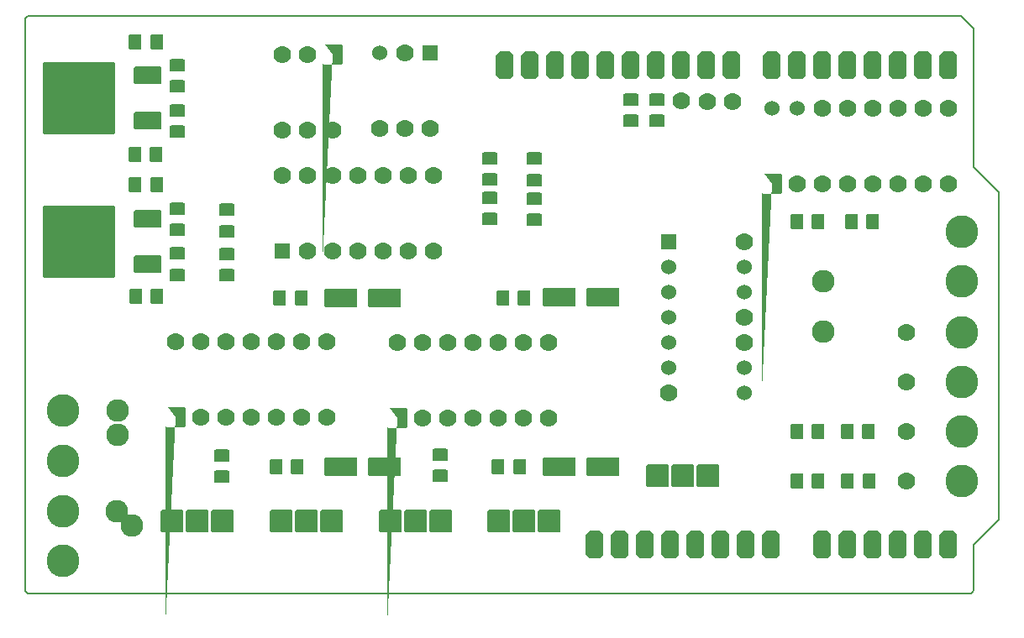
<source format=gbr>
G04 PROTEUS GERBER X2 FILE*
%TF.GenerationSoftware,Labcenter,Proteus,8.6-SP2-Build23525*%
%TF.CreationDate,2019-07-10T19:11:28+00:00*%
%TF.FileFunction,Soldermask,Top*%
%TF.FilePolarity,Negative*%
%TF.Part,Single*%
%FSLAX45Y45*%
%MOMM*%
G01*
%AMPPAD026*
4,1,68,
-0.762000,1.016000,
0.762000,1.016000,
0.788400,1.014720,
0.813930,1.010950,
0.838490,1.004800,
0.861960,0.996400,
0.884220,0.985870,
0.905150,0.973300,
0.924650,0.958840,
0.942580,0.942580,
0.958840,0.924640,
0.973300,0.905150,
0.985860,0.884220,
0.996400,0.861960,
1.004800,0.838490,
1.010950,0.813930,
1.014720,0.788400,
1.016000,0.762000,
1.016000,-0.762000,
1.014720,-0.788400,
1.010950,-0.813930,
1.004800,-0.838490,
0.996400,-0.861960,
0.985860,-0.884220,
0.973300,-0.905150,
0.958840,-0.924640,
0.942580,-0.942580,
0.924650,-0.958840,
0.905150,-0.973300,
0.884220,-0.985870,
0.861960,-0.996400,
0.838490,-1.004800,
0.813930,-1.010950,
0.788400,-1.014720,
0.762000,-1.016000,
-0.762000,-1.016000,
-0.788400,-1.014720,
-0.813930,-1.010950,
-0.838490,-1.004800,
-0.861960,-0.996400,
-0.884220,-0.985870,
-0.905150,-0.973300,
-0.924650,-0.958840,
-0.942580,-0.942580,
-0.958840,-0.924640,
-0.973300,-0.905150,
-0.985860,-0.884220,
-0.996400,-0.861960,
-1.004800,-0.838490,
-1.010950,-0.813930,
-1.014720,-0.788400,
-1.016000,-0.762000,
-1.016000,0.762000,
-1.014720,0.788400,
-1.010950,0.813930,
-1.004800,0.838490,
-0.996400,0.861960,
-0.985860,0.884220,
-0.973300,0.905150,
-0.958840,0.924640,
-0.942580,0.942580,
-0.924650,0.958840,
-0.905150,0.973300,
-0.884220,0.985870,
-0.861960,0.996400,
-0.838490,1.004800,
-0.813930,1.010950,
-0.788400,1.014720,
-0.762000,1.016000,
0*%
%TA.AperFunction,Material*%
%ADD32PPAD026*%
%ADD33C,1.778000*%
%ADD34C,1.524000*%
%AMPPAD029*
4,1,36,
-0.635000,0.762000,
0.635000,0.762000,
0.660970,0.759470,
0.684980,0.752200,
0.706580,0.740650,
0.725290,0.725290,
0.740650,0.706570,
0.752200,0.684980,
0.759470,0.660970,
0.762000,0.635000,
0.762000,-0.635000,
0.759470,-0.660970,
0.752200,-0.684980,
0.740650,-0.706570,
0.725290,-0.725290,
0.706580,-0.740650,
0.684980,-0.752200,
0.660970,-0.759470,
0.635000,-0.762000,
-0.635000,-0.762000,
-0.660970,-0.759470,
-0.684980,-0.752200,
-0.706580,-0.740650,
-0.725290,-0.725290,
-0.740650,-0.706570,
-0.752200,-0.684980,
-0.759470,-0.660970,
-0.762000,-0.635000,
-0.762000,0.635000,
-0.759470,0.660970,
-0.752200,0.684980,
-0.740650,0.706570,
-0.725290,0.725290,
-0.706580,0.740650,
-0.684980,0.752200,
-0.660970,0.759470,
-0.635000,0.762000,
0*%
%TA.AperFunction,Material*%
%ADD35PPAD029*%
%AMPPAD030*
4,1,36,
0.762000,0.508000,
0.762000,-0.508000,
0.759470,-0.533970,
0.752200,-0.557980,
0.740650,-0.579580,
0.725290,-0.598290,
0.706570,-0.613650,
0.684980,-0.625200,
0.660970,-0.632470,
0.635000,-0.635000,
-0.635000,-0.635000,
-0.660970,-0.632470,
-0.684980,-0.625200,
-0.706570,-0.613650,
-0.725290,-0.598290,
-0.740650,-0.579580,
-0.752200,-0.557980,
-0.759470,-0.533970,
-0.762000,-0.508000,
-0.762000,0.508000,
-0.759470,0.533970,
-0.752200,0.557980,
-0.740650,0.579580,
-0.725290,0.598290,
-0.706570,0.613650,
-0.684980,0.625200,
-0.660970,0.632470,
-0.635000,0.635000,
0.635000,0.635000,
0.660970,0.632470,
0.684980,0.625200,
0.706570,0.613650,
0.725290,0.598290,
0.740650,0.579580,
0.752200,0.557980,
0.759470,0.533970,
0.762000,0.508000,
0*%
%TA.AperFunction,Material*%
%ADD36PPAD030*%
%AMPPAD031*
4,1,36,
-1.651000,-0.825500,
-1.651000,0.825500,
-1.648470,0.851470,
-1.641200,0.875480,
-1.629650,0.897080,
-1.614290,0.915790,
-1.595570,0.931150,
-1.573980,0.942700,
-1.549970,0.949970,
-1.524000,0.952500,
1.524000,0.952500,
1.549970,0.949970,
1.573980,0.942700,
1.595570,0.931150,
1.614290,0.915790,
1.629650,0.897080,
1.641200,0.875480,
1.648470,0.851470,
1.651000,0.825500,
1.651000,-0.825500,
1.648470,-0.851470,
1.641200,-0.875480,
1.629650,-0.897080,
1.614290,-0.915790,
1.595570,-0.931150,
1.573980,-0.942700,
1.549970,-0.949970,
1.524000,-0.952500,
-1.524000,-0.952500,
-1.549970,-0.949970,
-1.573980,-0.942700,
-1.595570,-0.931150,
-1.614290,-0.915790,
-1.629650,-0.897080,
-1.641200,-0.875480,
-1.648470,-0.851470,
-1.651000,-0.825500,
0*%
%ADD37PPAD031*%
%AMPPAD032*
4,1,36,
0.508000,-0.762000,
-0.508000,-0.762000,
-0.533970,-0.759470,
-0.557980,-0.752200,
-0.579580,-0.740650,
-0.598290,-0.725290,
-0.613650,-0.706570,
-0.625200,-0.684980,
-0.632470,-0.660970,
-0.635000,-0.635000,
-0.635000,0.635000,
-0.632470,0.660970,
-0.625200,0.684980,
-0.613650,0.706570,
-0.598290,0.725290,
-0.579580,0.740650,
-0.557980,0.752200,
-0.533970,0.759470,
-0.508000,0.762000,
0.508000,0.762000,
0.533970,0.759470,
0.557980,0.752200,
0.579580,0.740650,
0.598290,0.725290,
0.613650,0.706570,
0.625200,0.684980,
0.632470,0.660970,
0.635000,0.635000,
0.635000,-0.635000,
0.632470,-0.660970,
0.625200,-0.684980,
0.613650,-0.706570,
0.598290,-0.725290,
0.579580,-0.740650,
0.557980,-0.752200,
0.533970,-0.759470,
0.508000,-0.762000,
0*%
%ADD38PPAD032*%
%AMPPAD033*
4,1,36,
1.016000,-1.143000,
-1.016000,-1.143000,
-1.041970,-1.140470,
-1.065980,-1.133200,
-1.087580,-1.121650,
-1.106290,-1.106290,
-1.121650,-1.087570,
-1.133200,-1.065980,
-1.140470,-1.041970,
-1.143000,-1.016000,
-1.143000,1.016000,
-1.140470,1.041970,
-1.133200,1.065980,
-1.121650,1.087570,
-1.106290,1.106290,
-1.087580,1.121650,
-1.065980,1.133200,
-1.041970,1.140470,
-1.016000,1.143000,
1.016000,1.143000,
1.041970,1.140470,
1.065980,1.133200,
1.087580,1.121650,
1.106290,1.106290,
1.121650,1.087570,
1.133200,1.065980,
1.140470,1.041970,
1.143000,1.016000,
1.143000,-1.016000,
1.140470,-1.041970,
1.133200,-1.065980,
1.121650,-1.087570,
1.106290,-1.106290,
1.087580,-1.121650,
1.065980,-1.133200,
1.041970,-1.140470,
1.016000,-1.143000,
0*%
%TA.AperFunction,Material*%
%ADD39PPAD033*%
%TA.AperFunction,Material*%
%ADD40C,2.286000*%
%ADD41C,3.302000*%
%AMPPAD036*
4,1,36,
-3.619500,-3.492500,
-3.619500,3.492500,
-3.616970,3.518470,
-3.609700,3.542480,
-3.598150,3.564080,
-3.582790,3.582790,
-3.564070,3.598150,
-3.542480,3.609700,
-3.518470,3.616970,
-3.492500,3.619500,
3.492500,3.619500,
3.518470,3.616970,
3.542480,3.609700,
3.564070,3.598150,
3.582790,3.582790,
3.598150,3.564080,
3.609700,3.542480,
3.616970,3.518470,
3.619500,3.492500,
3.619500,-3.492500,
3.616970,-3.518470,
3.609700,-3.542480,
3.598150,-3.564080,
3.582790,-3.582790,
3.564070,-3.598150,
3.542480,-3.609700,
3.518470,-3.616970,
3.492500,-3.619500,
-3.492500,-3.619500,
-3.518470,-3.616970,
-3.542480,-3.609700,
-3.564070,-3.598150,
-3.582790,-3.582790,
-3.598150,-3.564080,
-3.609700,-3.542480,
-3.616970,-3.518470,
-3.619500,-3.492500,
0*%
%TA.AperFunction,Material*%
%ADD42PPAD036*%
%AMPPAD037*
4,1,36,
-1.397000,-0.762000,
-1.397000,0.762000,
-1.394470,0.787970,
-1.387200,0.811980,
-1.375650,0.833580,
-1.360290,0.852290,
-1.341570,0.867650,
-1.319980,0.879200,
-1.295970,0.886470,
-1.270000,0.889000,
1.270000,0.889000,
1.295970,0.886470,
1.319980,0.879200,
1.341570,0.867650,
1.360290,0.852290,
1.375650,0.833580,
1.387200,0.811980,
1.394470,0.787970,
1.397000,0.762000,
1.397000,-0.762000,
1.394470,-0.787970,
1.387200,-0.811980,
1.375650,-0.833580,
1.360290,-0.852290,
1.341570,-0.867650,
1.319980,-0.879200,
1.295970,-0.886470,
1.270000,-0.889000,
-1.270000,-0.889000,
-1.295970,-0.886470,
-1.319980,-0.879200,
-1.341570,-0.867650,
-1.360290,-0.852290,
-1.375650,-0.833580,
-1.387200,-0.811980,
-1.394470,-0.787970,
-1.397000,-0.762000,
0*%
%ADD43PPAD037*%
%AMPPAD038*
4,1,8,
-0.509800,1.397000,
0.509800,1.397000,
0.889000,1.017800,
0.889000,-1.017800,
0.509800,-1.397000,
-0.509800,-1.397000,
-0.889000,-1.017800,
-0.889000,1.017800,
-0.509800,1.397000,
0*%
%TA.AperFunction,Material*%
%ADD44PPAD038*%
%AMPPAD039*
4,1,36,
0.762000,0.635000,
0.762000,-0.635000,
0.759470,-0.660970,
0.752200,-0.684980,
0.740650,-0.706580,
0.725290,-0.725290,
0.706570,-0.740650,
0.684980,-0.752200,
0.660970,-0.759470,
0.635000,-0.762000,
-0.635000,-0.762000,
-0.660970,-0.759470,
-0.684980,-0.752200,
-0.706570,-0.740650,
-0.725290,-0.725290,
-0.740650,-0.706580,
-0.752200,-0.684980,
-0.759470,-0.660970,
-0.762000,-0.635000,
-0.762000,0.635000,
-0.759470,0.660970,
-0.752200,0.684980,
-0.740650,0.706580,
-0.725290,0.725290,
-0.706570,0.740650,
-0.684980,0.752200,
-0.660970,0.759470,
-0.635000,0.762000,
0.635000,0.762000,
0.660970,0.759470,
0.684980,0.752200,
0.706570,0.740650,
0.725290,0.725290,
0.740650,0.706580,
0.752200,0.684980,
0.759470,0.660970,
0.762000,0.635000,
0*%
%TA.AperFunction,Material*%
%ADD45PPAD039*%
%TA.AperFunction,Profile*%
%ADD29C,0.203200*%
%TD.AperFunction*%
D32*
X-3810000Y+5250000D03*
D33*
X-3556000Y+5250000D03*
X-3302000Y+5250000D03*
X-3048000Y+5250000D03*
X-2794000Y+5250000D03*
X-2540000Y+5250000D03*
X-2286000Y+5250000D03*
X-2032000Y+5250000D03*
X-2032000Y+6012000D03*
X-2286000Y+6012000D03*
X-2540000Y+6012000D03*
X-2794000Y+6012000D03*
X-3048000Y+6012000D03*
X-3302000Y+6012000D03*
D34*
X-3556000Y+6012000D03*
X-3810000Y+6012000D03*
D35*
X-8741680Y+4568320D03*
D33*
X-8487680Y+4568320D03*
X-8233680Y+4568320D03*
X-7979680Y+4568320D03*
X-7725680Y+4568320D03*
X-7471680Y+4568320D03*
X-7217680Y+4568320D03*
X-7217680Y+5330320D03*
X-7471680Y+5330320D03*
X-7725680Y+5330320D03*
X-7979680Y+5330320D03*
X-8233680Y+5330320D03*
X-8487680Y+5330320D03*
X-8741680Y+5330320D03*
D32*
X-9820000Y+2900000D03*
D33*
X-9566000Y+2900000D03*
X-9312000Y+2900000D03*
X-9058000Y+2900000D03*
X-8804000Y+2900000D03*
X-8550000Y+2900000D03*
X-8296000Y+2900000D03*
X-8296000Y+3662000D03*
X-8550000Y+3662000D03*
X-8804000Y+3662000D03*
X-9058000Y+3662000D03*
X-9312000Y+3662000D03*
X-9566000Y+3662000D03*
X-9820000Y+3662000D03*
D32*
X-8230000Y+6550000D03*
D33*
X-8484000Y+6550000D03*
X-8738000Y+6550000D03*
X-8738000Y+5788000D03*
X-8484000Y+5788000D03*
X-8230000Y+5788000D03*
D35*
X-7250000Y+6570000D03*
D33*
X-7504000Y+6570000D03*
D34*
X-7758000Y+6570000D03*
D33*
X-7758000Y+5808000D03*
X-7504000Y+5808000D03*
X-7250000Y+5808000D03*
D36*
X-4970000Y+6100000D03*
X-4970000Y+5886640D03*
X-5230000Y+6100000D03*
X-5230000Y+5886640D03*
D32*
X-7580000Y+2890000D03*
D33*
X-7326000Y+2890000D03*
X-7072000Y+2890000D03*
X-6818000Y+2890000D03*
X-6564000Y+2890000D03*
X-6310000Y+2890000D03*
X-6056000Y+2890000D03*
X-6056000Y+3652000D03*
X-6310000Y+3652000D03*
X-6564000Y+3652000D03*
X-6818000Y+3652000D03*
X-7072000Y+3652000D03*
X-7326000Y+3652000D03*
X-7580000Y+3652000D03*
D37*
X-5950000Y+4110000D03*
X-5505500Y+4110000D03*
D38*
X-6300000Y+4100000D03*
X-6513360Y+4100000D03*
D36*
X-6650000Y+5103360D03*
X-6650000Y+4890000D03*
X-6200000Y+5100000D03*
X-6200000Y+4886640D03*
D39*
X-8246000Y+1850000D03*
X-8500000Y+1850000D03*
X-8754000Y+1850000D03*
X-9346000Y+1850000D03*
X-9600000Y+1850000D03*
X-9854000Y+1850000D03*
X-7146000Y+1850000D03*
X-7400000Y+1850000D03*
X-7654000Y+1850000D03*
X-6046000Y+1850000D03*
X-6300000Y+1850000D03*
X-6554000Y+1850000D03*
D40*
X-3285659Y+3755601D03*
X-3285659Y+4263601D03*
D36*
X-7150000Y+2513360D03*
X-7150000Y+2300000D03*
X-9350000Y+2510000D03*
X-9350000Y+2296640D03*
D38*
X-8586640Y+2400000D03*
X-8800000Y+2400000D03*
X-6350000Y+2400000D03*
X-6563360Y+2400000D03*
D37*
X-8150000Y+2400000D03*
X-7705500Y+2400000D03*
X-5950000Y+2400000D03*
X-5505500Y+2400000D03*
D38*
X-3340000Y+4870000D03*
X-3553360Y+4870000D03*
D36*
X-6650000Y+5290000D03*
X-6650000Y+5503360D03*
X-6200000Y+5286640D03*
X-6200000Y+5500000D03*
X-9300000Y+4540000D03*
X-9300000Y+4326640D03*
D38*
X-3003360Y+4870000D03*
X-2790000Y+4870000D03*
D41*
X-10950000Y+1950380D03*
X-10950000Y+1450000D03*
D36*
X-9300000Y+4770000D03*
X-9300000Y+4983360D03*
D40*
X-10260000Y+1800000D03*
X-10410000Y+1950000D03*
D33*
X-2450000Y+2749929D03*
X-2450000Y+2250000D03*
D38*
X-3340000Y+2750000D03*
X-3553360Y+2750000D03*
X-3340000Y+2250000D03*
X-3553360Y+2250000D03*
X-3040000Y+2250000D03*
X-2826640Y+2250000D03*
X-3043360Y+2750000D03*
X-2830000Y+2750000D03*
X-10220000Y+6683360D03*
X-10006640Y+6683360D03*
D42*
X-10790880Y+4663360D03*
D43*
X-10100000Y+4434760D03*
X-10100000Y+4891960D03*
D44*
X-3300000Y+1610000D03*
X-3046000Y+1610000D03*
X-2792000Y+1610000D03*
X-2538000Y+1610000D03*
X-2284000Y+1610000D03*
X-2030000Y+1610000D03*
X-5590000Y+1610000D03*
X-5336000Y+1610000D03*
X-5082000Y+1610000D03*
X-4828000Y+1610000D03*
X-4574000Y+1610000D03*
X-4320000Y+1610000D03*
X-4066000Y+1610000D03*
X-3812000Y+1610000D03*
X-3810000Y+6440000D03*
X-3556000Y+6440000D03*
X-3302000Y+6440000D03*
X-3048000Y+6440000D03*
X-2794000Y+6440000D03*
X-2540000Y+6440000D03*
X-2286000Y+6440000D03*
X-2032000Y+6440000D03*
X-6500000Y+6440000D03*
X-6246000Y+6440000D03*
X-5992000Y+6440000D03*
X-5738000Y+6440000D03*
X-5484000Y+6440000D03*
X-5230000Y+6440000D03*
X-4976000Y+6440000D03*
X-4722000Y+6440000D03*
X-4468000Y+6440000D03*
X-4214000Y+6440000D03*
D33*
X-2450380Y+3249620D03*
D42*
X-10790880Y+6113360D03*
D43*
X-10100000Y+5884760D03*
X-10100000Y+6341960D03*
D38*
X-10220000Y+5243360D03*
X-10006640Y+5243360D03*
D36*
X-9800000Y+4996720D03*
X-9800000Y+4783360D03*
D38*
X-10223360Y+5543360D03*
X-10010000Y+5543360D03*
D36*
X-9800000Y+5986720D03*
X-9800000Y+5773360D03*
X-9800000Y+4543360D03*
X-9800000Y+4330000D03*
D38*
X-10213360Y+4113360D03*
X-10000000Y+4113360D03*
D36*
X-9800000Y+6230000D03*
X-9800000Y+6443360D03*
D45*
X-4850000Y+4662000D03*
D34*
X-4850000Y+4408000D03*
X-4850000Y+4154000D03*
X-4850000Y+3900000D03*
X-4850000Y+3646000D03*
X-4850000Y+3392000D03*
D33*
X-4850000Y+3138000D03*
D34*
X-4088000Y+3138000D03*
X-4088000Y+3392000D03*
D33*
X-4088000Y+3646000D03*
X-4088000Y+3900000D03*
D34*
X-4088000Y+4154000D03*
X-4088000Y+4408000D03*
D33*
X-4088000Y+4662000D03*
X-4720000Y+6090000D03*
X-4460000Y+6080000D03*
X-4200000Y+6080000D03*
D41*
X-10950000Y+2459620D03*
X-10950000Y+2960000D03*
D40*
X-10397601Y+2960000D03*
X-10397601Y+2720000D03*
D38*
X-8550000Y+4100000D03*
X-8763360Y+4100000D03*
D37*
X-8150000Y+4100000D03*
X-7705500Y+4100000D03*
D41*
X-1890000Y+2750000D03*
X-1890000Y+2249620D03*
X-1890000Y+4770000D03*
X-1890000Y+4269620D03*
X-1890000Y+3250000D03*
X-1890000Y+3750380D03*
D33*
X-2450000Y+3750000D03*
D39*
X-4446000Y+2300000D03*
X-4700000Y+2300000D03*
X-4954000Y+2300000D03*
D29*
X-11303600Y+6940000D02*
X-1902000Y+6940000D01*
X-1800400Y+1120000D02*
X-11303600Y+1120000D01*
X-1902000Y+6940000D02*
X-1775000Y+6813000D01*
X-1775000Y+5420000D02*
X-1521000Y+5166000D01*
X-1521000Y+1864000D01*
X-1775000Y+1610000D02*
X-1521000Y+1864000D01*
X-1775000Y+6813000D02*
X-1775000Y+5420000D01*
X-1775000Y+1610000D02*
X-1775000Y+1150000D01*
X-1775000Y+1145400D02*
X-1800400Y+1120000D01*
X-11330959Y+6914600D02*
X-11330959Y+1150000D01*
X-11305559Y+6940000D02*
X-11330959Y+6914600D01*
X-11330959Y+1145400D02*
X-11305559Y+1120000D01*
M02*

</source>
